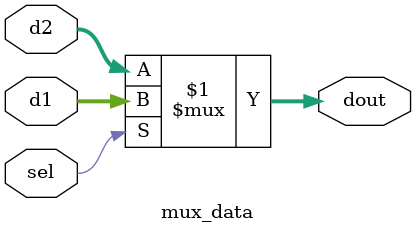
<source format=v>
module mux_data(d1, d2, sel, dout);
input wire [7:0] d1, d2;
input wire sel;
output wire [7:0] dout;

assign dout = (sel)?d1:d2;
endmodule

</source>
